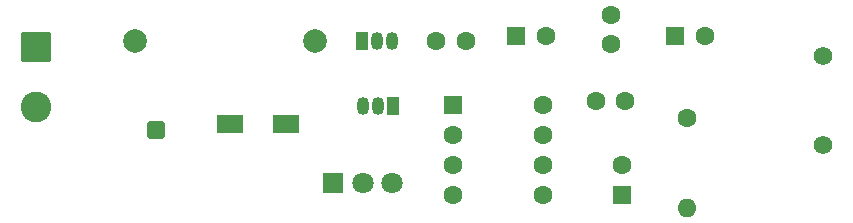
<source format=gbr>
%TF.GenerationSoftware,KiCad,Pcbnew,9.0.1*%
%TF.CreationDate,2025-08-10T20:13:12+01:00*%
%TF.ProjectId,fm-radio,666d2d72-6164-4696-9f2e-6b696361645f,rev?*%
%TF.SameCoordinates,Original*%
%TF.FileFunction,Copper,L1,Top*%
%TF.FilePolarity,Positive*%
%FSLAX46Y46*%
G04 Gerber Fmt 4.6, Leading zero omitted, Abs format (unit mm)*
G04 Created by KiCad (PCBNEW 9.0.1) date 2025-08-10 20:13:12*
%MOMM*%
%LPD*%
G01*
G04 APERTURE LIST*
G04 Aperture macros list*
%AMRoundRect*
0 Rectangle with rounded corners*
0 $1 Rounding radius*
0 $2 $3 $4 $5 $6 $7 $8 $9 X,Y pos of 4 corners*
0 Add a 4 corners polygon primitive as box body*
4,1,4,$2,$3,$4,$5,$6,$7,$8,$9,$2,$3,0*
0 Add four circle primitives for the rounded corners*
1,1,$1+$1,$2,$3*
1,1,$1+$1,$4,$5*
1,1,$1+$1,$6,$7*
1,1,$1+$1,$8,$9*
0 Add four rect primitives between the rounded corners*
20,1,$1+$1,$2,$3,$4,$5,0*
20,1,$1+$1,$4,$5,$6,$7,0*
20,1,$1+$1,$6,$7,$8,$9,0*
20,1,$1+$1,$8,$9,$2,$3,0*%
G04 Aperture macros list end*
%TA.AperFunction,ComponentPad*%
%ADD10R,1.800000X1.800000*%
%TD*%
%TA.AperFunction,ComponentPad*%
%ADD11C,1.800000*%
%TD*%
%TA.AperFunction,SMDPad,CuDef*%
%ADD12R,2.300000X1.600000*%
%TD*%
%TA.AperFunction,ComponentPad*%
%ADD13C,1.575000*%
%TD*%
%TA.AperFunction,ComponentPad*%
%ADD14RoundRect,0.250000X-0.550000X-0.550000X0.550000X-0.550000X0.550000X0.550000X-0.550000X0.550000X0*%
%TD*%
%TA.AperFunction,ComponentPad*%
%ADD15C,1.600000*%
%TD*%
%TA.AperFunction,ComponentPad*%
%ADD16C,2.000000*%
%TD*%
%TA.AperFunction,ComponentPad*%
%ADD17RoundRect,0.250000X-1.050000X1.050000X-1.050000X-1.050000X1.050000X-1.050000X1.050000X1.050000X0*%
%TD*%
%TA.AperFunction,ComponentPad*%
%ADD18C,2.600000*%
%TD*%
%TA.AperFunction,ComponentPad*%
%ADD19O,1.600000X1.600000*%
%TD*%
%TA.AperFunction,ComponentPad*%
%ADD20R,1.050000X1.500000*%
%TD*%
%TA.AperFunction,ComponentPad*%
%ADD21O,1.050000X1.500000*%
%TD*%
%TA.AperFunction,ComponentPad*%
%ADD22R,1.600000X1.600000*%
%TD*%
%TA.AperFunction,ComponentPad*%
%ADD23RoundRect,0.246063X0.503937X0.503937X-0.503937X0.503937X-0.503937X-0.503937X0.503937X-0.503937X0*%
%TD*%
%TA.AperFunction,ViaPad*%
%ADD24C,0.600000*%
%TD*%
G04 APERTURE END LIST*
D10*
%TO.P,RV1,1,1*%
%TO.N,GND*%
X89000000Y-73500000D03*
D11*
%TO.P,RV1,2,2*%
%TO.N,Net-(C6-Pad2)*%
X91500000Y-73500000D03*
%TO.P,RV1,3,3*%
%TO.N,Net-(U1-+)*%
X94000000Y-73500000D03*
%TD*%
D12*
%TO.P,C3,1*%
%TO.N,+9V*%
X80300000Y-68500000D03*
%TO.P,C3,2*%
%TO.N,GND*%
X85000000Y-68500000D03*
%TD*%
D13*
%TO.P,LS1,1,1*%
%TO.N,Net-(C2-Pad2)*%
X130500000Y-62700000D03*
%TO.P,LS1,2,2*%
%TO.N,GND*%
X130500000Y-70300000D03*
%TD*%
D14*
%TO.P,U1,1,GAIN*%
%TO.N,Net-(C4-Pad1)*%
X99195000Y-66880000D03*
D15*
%TO.P,U1,2,-*%
%TO.N,GND*%
X99195000Y-69420000D03*
%TO.P,U1,3,+*%
%TO.N,Net-(U1-+)*%
X99195000Y-71960000D03*
%TO.P,U1,4,GND*%
%TO.N,GND*%
X99195000Y-74500000D03*
%TO.P,U1,5*%
%TO.N,Net-(C1-Pad1)*%
X106815000Y-74500000D03*
%TO.P,U1,6,V+*%
%TO.N,+9V*%
X106815000Y-71960000D03*
%TO.P,U1,7,BYPASS*%
%TO.N,Net-(U1-BYPASS)*%
X106815000Y-69420000D03*
%TO.P,U1,8,GAIN*%
%TO.N,Net-(C4-Pad2)*%
X106815000Y-66880000D03*
%TD*%
D16*
%TO.P,L1,1,1*%
%TO.N,+9V*%
X72260000Y-61500000D03*
%TO.P,L1,2,2*%
%TO.N,Net-(Q1-B)*%
X87500000Y-61500000D03*
%TD*%
D17*
%TO.P,J1,1,Pin_1*%
%TO.N,GND*%
X63827500Y-62000000D03*
D18*
%TO.P,J1,2,Pin_2*%
%TO.N,+9V*%
X63827500Y-67080000D03*
%TD*%
D15*
%TO.P,R2,1*%
%TO.N,Net-(C1-Pad2)*%
X119000000Y-68000000D03*
D19*
%TO.P,R2,2*%
%TO.N,GND*%
X119000000Y-75620000D03*
%TD*%
D20*
%TO.P,Q2,1,C*%
%TO.N,Net-(Q1-B)*%
X94040000Y-67000000D03*
D21*
%TO.P,Q2,2,B*%
%TO.N,+9V*%
X92770000Y-67000000D03*
%TO.P,Q2,3,E*%
%TO.N,GND*%
X91500000Y-67000000D03*
%TD*%
D20*
%TO.P,Q1,1,C*%
%TO.N,+9V*%
X91460000Y-61500000D03*
D21*
%TO.P,Q1,2,B*%
%TO.N,Net-(Q1-B)*%
X92730000Y-61500000D03*
%TO.P,Q1,3,E*%
%TO.N,GND*%
X94000000Y-61500000D03*
%TD*%
D15*
%TO.P,C7,1*%
%TO.N,GND*%
X112500000Y-59250000D03*
%TO.P,C7,2*%
%TO.N,Net-(U1-BYPASS)*%
X112500000Y-61750000D03*
%TD*%
%TO.P,C6,1*%
%TO.N,+9V*%
X100250000Y-61500000D03*
%TO.P,C6,2*%
%TO.N,Net-(C6-Pad2)*%
X97750000Y-61500000D03*
%TD*%
D22*
%TO.P,C5,1*%
%TO.N,+9V*%
X113500000Y-74500000D03*
D15*
%TO.P,C5,2*%
%TO.N,GND*%
X113500000Y-72000000D03*
%TD*%
D22*
%TO.P,C4,1*%
%TO.N,Net-(C4-Pad1)*%
X104500000Y-61000000D03*
D15*
%TO.P,C4,2*%
%TO.N,Net-(C4-Pad2)*%
X107000000Y-61000000D03*
%TD*%
D22*
%TO.P,C2,1*%
%TO.N,Net-(C1-Pad1)*%
X118000000Y-61000000D03*
D15*
%TO.P,C2,2*%
%TO.N,Net-(C2-Pad2)*%
X120500000Y-61000000D03*
%TD*%
%TO.P,C1,1*%
%TO.N,Net-(C1-Pad1)*%
X111250000Y-66500000D03*
%TO.P,C1,2*%
%TO.N,Net-(C1-Pad2)*%
X113750000Y-66500000D03*
%TD*%
D23*
%TO.P,AE1,1,A*%
%TO.N,+9V*%
X74000000Y-69000000D03*
%TD*%
D24*
%TO.N,+9V*%
X80500000Y-68500000D03*
%TO.N,GND*%
X85000000Y-68500000D03*
%TD*%
M02*

</source>
